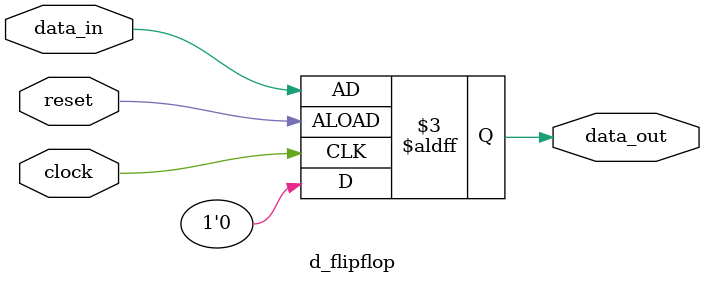
<source format=sv>
module d_flipflop #(parameter WIDTH = 1) (
  input wire clock,
  input wire reset,
  input wire [WIDTH-1:0] data_in,
  output reg [WIDTH-1:0] data_out
);

always @(posedge clock or negedge reset) begin
  if (reset == 1)
    data_out <= {WIDTH{1'b0}};
  else
    data_out <= data_in;
end

endmodule

</source>
